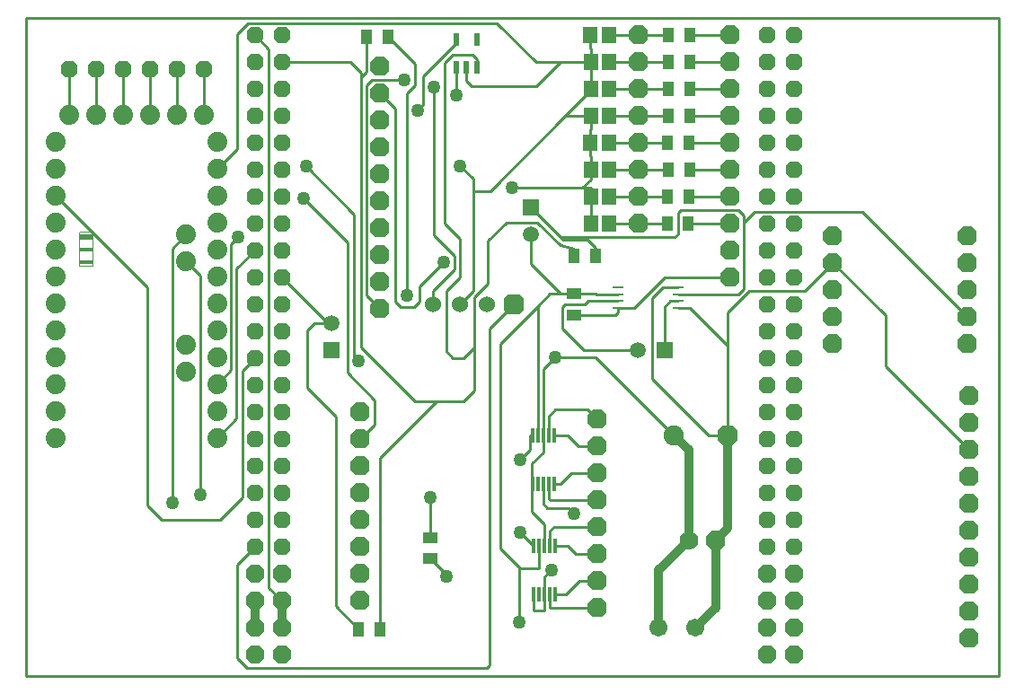
<source format=gtl>
%FSTAX24Y24*%
%MOIN*%
%SFA1B1*%

%IPPOS*%
%AMD35*
4,1,8,-0.017500,-0.035000,0.017500,-0.035000,0.035000,-0.017500,0.035000,0.017500,0.017500,0.035000,-0.017500,0.035000,-0.035000,0.017500,-0.035000,-0.017500,-0.017500,-0.035000,0.0*
%
%AMD38*
4,1,8,0.018700,0.037500,-0.018700,0.037500,-0.037500,0.018700,-0.037500,-0.018700,-0.018700,-0.037500,0.018700,-0.037500,0.037500,-0.018700,0.037500,0.018700,0.018700,0.037500,0.0*
%
%AMD39*
4,1,8,-0.030000,0.015000,-0.030000,-0.015000,-0.015000,-0.030000,0.015000,-0.030000,0.030000,-0.015000,0.030000,0.015000,0.015000,0.030000,-0.015000,0.030000,-0.030000,0.015000,0.0*
%
%AMD41*
4,1,8,0.019000,0.038000,-0.019000,0.038000,-0.038000,0.019000,-0.038000,-0.019000,-0.019000,-0.038000,0.019000,-0.038000,0.038000,-0.019000,0.038000,0.019000,0.019000,0.038000,0.0*
%
%AMD42*
4,1,8,0.033000,-0.016500,0.033000,0.016500,0.016500,0.033000,-0.016500,0.033000,-0.033000,0.016500,-0.033000,-0.016500,-0.016500,-0.033000,0.016500,-0.033000,0.033000,-0.016500,0.0*
%
%ADD10R,0.044000X0.056000*%
%ADD11R,0.022000X0.048000*%
%ADD12R,0.056000X0.044000*%
%ADD13R,0.052000X0.060000*%
%ADD14R,0.012000X0.057000*%
%ADD15R,0.040000X0.010000*%
%ADD16C,0.010000*%
%ADD17C,0.032000*%
%ADD18R,0.001000X0.129300*%
%ADD19R,0.001000X0.001000*%
%ADD20R,0.001000X0.017000*%
%ADD21R,0.001000X0.016400*%
%ADD22R,0.001000X0.016300*%
%ADD23R,0.001000X0.000900*%
%ADD24R,0.001300X0.001000*%
%ADD25R,0.001300X0.017000*%
%ADD26R,0.001300X0.016400*%
%ADD27R,0.001300X0.016300*%
%ADD28R,0.001300X0.000900*%
%ADD29R,0.000900X0.001000*%
%ADD30R,0.000900X0.017000*%
%ADD31R,0.000900X0.016400*%
%ADD32R,0.000900X0.016300*%
%ADD33R,0.000900X0.000900*%
%ADD34R,0.000900X0.129300*%
G04~CAMADD=35~4~0.0~0.0~700.0~700.0~0.0~175.0~0~0.0~0.0~0.0~0.0~0~0.0~0.0~0.0~0.0~0~0.0~0.0~0.0~180.0~700.0~700.0*
%ADD35D35*%
%ADD36C,0.070000*%
%ADD37C,0.075000*%
G04~CAMADD=38~4~0.0~0.0~750.0~750.0~0.0~187.5~0~0.0~0.0~0.0~0.0~0~0.0~0.0~0.0~0.0~0~0.0~0.0~0.0~0.0~750.0~750.0*
%ADD38D38*%
G04~CAMADD=39~4~0.0~0.0~600.0~600.0~0.0~150.0~0~0.0~0.0~0.0~0.0~0~0.0~0.0~0.0~0.0~0~0.0~0.0~0.0~90.0~600.0~600.0*
%ADD39D39*%
%ADD40C,0.060000*%
G04~CAMADD=41~4~0.0~0.0~760.0~760.0~0.0~190.0~0~0.0~0.0~0.0~0.0~0~0.0~0.0~0.0~0.0~0~0.0~0.0~0.0~0.0~760.0~760.0*
%ADD41D41*%
G04~CAMADD=42~4~0.0~0.0~660.0~660.0~0.0~165.0~0~0.0~0.0~0.0~0.0~0~0.0~0.0~0.0~0.0~0~0.0~0.0~0.0~270.0~660.0~660.0*
%ADD42D42*%
%ADD43C,0.074000*%
%ADD44C,0.067000*%
%ADD45C,0.059100*%
%ADD46R,0.059100X0.059100*%
%ADD47R,0.059100X0.059100*%
%ADD48C,0.050000*%
%LNshield2gen-1*%
%LPD*%
G54D10*
X034394Y04005D03*
X0336D03*
X045594Y0401D03*
X0448D03*
X045594Y0391D03*
X0448D03*
X045594Y0381D03*
X0448D03*
X0456Y0371D03*
X044806D03*
X04555Y0361D03*
X044756D03*
X0456Y0351D03*
X044806D03*
X04555Y0341D03*
X044756D03*
X045544Y0331D03*
X04475D03*
X033306Y01805D03*
X0341D03*
X041306Y0319D03*
X0421D03*
G54D11*
X036926Y038888D03*
X0373D03*
X03768D03*
Y03992D03*
X036926D03*
G54D12*
X03595Y020656D03*
Y02145D03*
X0413Y030494D03*
Y0297D03*
G54D13*
X04191Y0401D03*
X042585D03*
X041925Y0391D03*
X0426D03*
X041925Y0381D03*
X0426D03*
X041925Y0371D03*
X0426D03*
X04191Y036107D03*
X042585D03*
X041925Y0351D03*
X0426D03*
X041925Y0341D03*
X0426D03*
X041925Y0331D03*
X0426D03*
G54D14*
X03975Y02525D03*
X03995D03*
X04035D03*
X04015D03*
X04055D03*
Y02345D03*
X04035D03*
X04015D03*
X03995D03*
X03975D03*
X0398Y02115D03*
X04D03*
X0404D03*
X0402D03*
X0406D03*
Y01935D03*
X0404D03*
X0402D03*
X04D03*
X0398D03*
G54D15*
X045158Y029966D03*
Y030222D03*
Y03048D03*
Y03074D03*
X04294D03*
Y03048D03*
Y030222D03*
Y029966D03*
G54D16*
X03925Y0183D02*
Y02025D01*
X0393Y0203*
X03165Y0294D02*
X0323D01*
X0314Y02915D02*
X03165Y0294D01*
X0314Y027D02*
Y02915D01*
Y027D02*
X03245Y02595D01*
Y018906D02*
Y02595D01*
X03289Y02756D02*
Y03241D01*
X03314Y02814D02*
X03329Y02799D01*
X0334Y02849D02*
X03538Y02651D01*
X0393Y02435D02*
X03965Y0247D01*
X03855Y028644D02*
X03995Y030044D01*
X03855Y02105D02*
Y028644D01*
Y02105D02*
X0393Y0203D01*
X03815Y0292D02*
X03905Y0301D01*
X03815Y0167D02*
Y0292D01*
X03805Y0166D02*
X03815Y0167D01*
X0373Y0384D02*
Y038888D01*
Y0384D02*
X0375Y0382D01*
X03695Y03535D02*
X037545Y034755D01*
Y034319D02*
Y034755D01*
X03695Y035214D02*
Y03535D01*
X0402Y02D02*
X04045Y02025D01*
X0402Y01935D02*
Y02D01*
X0376Y02851D02*
Y03036D01*
Y02691D02*
Y02851D01*
X03621Y02651D02*
X0372D01*
X03538D02*
X03621D01*
X0334Y03854D02*
Y038694D01*
Y02849D02*
Y03854D01*
X0408Y030494D02*
X0413D01*
X0404D02*
X0408D01*
X03995Y030044D02*
X0404Y030494D01*
X0476Y03315D02*
Y0334D01*
Y03068D02*
Y03315D01*
X04081Y03259D02*
X04091Y03249D01*
X03965Y0247D02*
Y02525D01*
X047Y028566D02*
Y029797D01*
Y02525D02*
Y028566D01*
X03988Y0391D02*
X04078D01*
X04096Y0371D02*
X041925Y038065D01*
X038179Y034319D02*
X04096Y0371D01*
X041925*
X0416Y03442D02*
X041925D01*
X03979Y01875D02*
Y01935D01*
X03974Y02241D02*
Y02419D01*
X03768Y038888D02*
Y0392D01*
X03752Y03936D02*
X03768Y0392D01*
X0368Y03936D02*
X03752D01*
X0365Y03906D02*
X0368Y03936D01*
X0365Y0331D02*
Y03906D01*
Y0331D02*
X03705Y03255D01*
Y0311D02*
Y03255D01*
X03655Y0306D02*
X03705Y0311D01*
X03655Y02836D02*
Y0306D01*
Y02836D02*
X0368Y02811D01*
X0372*
X0376Y02851*
Y03036D02*
X03811Y03087D01*
Y03246*
X0388Y03315*
X03994*
X0336Y03874D02*
Y04005D01*
X0334Y03854D02*
X0336Y03874D01*
X0372Y02651D02*
X0376Y02691D01*
X041306Y0319D02*
Y032184D01*
X03994Y03315D02*
X0408Y03229D01*
X0341Y0244D02*
X03621Y02651D01*
X0341Y01805D02*
Y0244D01*
X03045Y0391D02*
X032994D01*
X0334Y038694*
X0408Y03229D02*
X041306Y032184D01*
X0393Y0203D02*
X04D01*
Y02115*
X03595Y020656D02*
X03655Y020056D01*
Y02D02*
Y020056D01*
X02638Y03218D02*
X0269Y0327D01*
X02638Y02274D02*
Y03218D01*
X02205Y03415D02*
X02545Y03075D01*
Y02265D02*
Y03075D01*
Y02265D02*
X026Y0221D01*
X02816*
X029Y02294*
Y02765*
X02945Y0281*
X0446Y03074D02*
X045158D01*
X0442Y03034D02*
X0446Y03074D01*
X0442Y02735D02*
Y03034D01*
Y02735D02*
X0463Y02525D01*
X047*
X04035D02*
Y02595D01*
X0406Y0262*
X0418*
X04215Y02585*
X04145Y02485D02*
X04215D01*
X04105Y02525D02*
X04145Y02485D01*
X04055Y02525D02*
X04105D01*
X0412Y02385D02*
X04215D01*
X0408Y02345D02*
X0412Y02385D01*
X04055Y02345D02*
X0408D01*
X04035Y0229D02*
Y02345D01*
Y0229D02*
X0404Y02285D01*
X04215*
X04055Y02185D02*
X04215D01*
X0404Y0217D02*
X04055Y02185D01*
X0404Y02115D02*
Y0217D01*
X04135Y02085D02*
X04215D01*
X04105Y02115D02*
X04135Y02085D01*
X0406Y02115D02*
X04105D01*
X0415Y01985D02*
X04215D01*
X041Y01935D02*
X0415Y01985D01*
X0406Y01935D02*
X041D01*
X0404Y01885D02*
Y01935D01*
Y01885D02*
X04215D01*
X03974Y02241D02*
X0402Y02195D01*
X03974Y02419D02*
X04015Y0246D01*
Y02525*
Y0277D02*
X0406Y02815D01*
X04015Y02525D02*
Y0277D01*
X0411Y02255D02*
X0413Y02235D01*
X04015Y0227D02*
Y02345D01*
X0403Y02255D02*
X0411D01*
X04015Y0227D02*
X0403Y02255D01*
X03979Y01935D02*
X0398D01*
X03979Y01875D02*
X0402D01*
Y01935*
X0393Y02164D02*
X03979Y02115D01*
X0398*
X03965Y02525D02*
X03975D01*
X03995D02*
Y030044D01*
X036926Y037874D02*
Y038888D01*
X0361Y03266D02*
Y03816D01*
Y03266D02*
X03685Y03191D01*
Y0314D02*
Y03191D01*
X03605Y0306D02*
X03685Y0314D01*
X03605Y0301D02*
Y0306D01*
X03314Y02814D02*
Y03343D01*
X03135Y03522D02*
X03314Y03343D01*
X041925Y034745D02*
Y0351D01*
X0416Y03442D02*
X041925Y034745D01*
X03901Y03442D02*
X0416D01*
X02805Y02715D02*
X02857Y02767D01*
Y03234*
X02883Y0326*
X0413Y030494D02*
X042106D01*
X04212Y03048*
X04294*
X03548Y0373D02*
X0357Y03752D01*
Y038564D02*
X036926Y03979D01*
X0357Y03752D02*
Y038564D01*
X036926Y03979D02*
Y03992D01*
X0341Y03795D02*
X03467Y03738D01*
Y0302D02*
Y03738D01*
Y0302D02*
X03487Y03D01*
X03535*
X03555Y0302*
Y03076*
X03645Y03166*
X03508Y03043D02*
Y03793D01*
X0354Y03825*
Y039044*
X034394Y04005D02*
X0354Y039044D01*
X03245Y018906D02*
X033306Y01805D01*
X0402Y02115D02*
Y02195D01*
X05286Y02779D02*
X05595Y0247D01*
X05286Y02779D02*
Y02969D01*
X0509Y03165D02*
X05286Y02969D01*
X0269Y0317D02*
X02742Y03118D01*
Y02302D02*
Y03118D01*
X0406Y02815D02*
X0421D01*
X045Y02525*
X0474Y03048D02*
X0476Y03068D01*
Y03315D02*
X048Y03355D01*
X052*
X0559Y02965*
X02805Y03515D02*
X02878Y03588D01*
Y04013*
X0292Y04055*
X03843*
X03988Y0391*
X047Y029797D02*
X047803Y0306D01*
X04985*
X0509Y03165*
X03705Y0301D02*
X037545Y030595D01*
Y034319*
X041925Y038065D02*
Y0381D01*
X037545Y034319D02*
X038179D01*
X0397Y0337D02*
X04081Y03259D01*
X04504*
X04515Y0327*
Y0335*
X04525Y0336*
X0474*
X0476Y0334*
X045158Y03048D02*
X0474D01*
X0421Y0319D02*
Y0322D01*
X04181Y03249D02*
X0421Y0322D01*
X04091Y03249D02*
X04181D01*
X04167Y0284D02*
X04365D01*
X04087Y0292D02*
X04167Y0284D01*
X04087Y0292D02*
Y03D01*
X04097Y0301*
X04171*
X041832Y030222*
X04294*
X04465Y0284D02*
Y03D01*
X044872Y030222*
X045158*
X03045Y0311D02*
X03215Y0294D01*
X0336Y03045D02*
X0341Y02995D01*
X0336Y03045D02*
Y03825D01*
X0338Y03845*
X035*
X03595Y02145D02*
Y02295D01*
X02755Y03715D02*
Y03885D01*
X02655Y03715D02*
Y03885D01*
X02555Y03715D02*
Y03885D01*
X02455Y03715D02*
Y03885D01*
X02355Y03715D02*
Y03885D01*
X02255Y03715D02*
Y03885D01*
X0397Y031594D02*
Y0327D01*
Y031594D02*
X0408Y030494D01*
X02805Y02515D02*
X02877Y02587D01*
Y03142*
X02945Y0321*
X041925Y0381D02*
Y0391D01*
Y036605D02*
Y0371D01*
X04191Y03659D02*
X041925Y036605D01*
X04191Y036107D02*
Y03659D01*
X041925Y0391D02*
Y03959D01*
X04191Y039605D02*
X041925Y03959D01*
X04191Y039605D02*
Y0401D01*
Y035605D02*
Y036107D01*
Y035605D02*
X041925Y03559D01*
Y0351D02*
Y03559D01*
X04078Y0391D02*
X041925D01*
X03988Y0382D02*
X04078Y0391D01*
X0375Y0382D02*
X03988D01*
X041925Y0331D02*
Y0341D01*
Y03442*
X03335Y0251D02*
X0339Y02565D01*
Y02655*
X03289Y02756D02*
X0339Y02655D01*
X03125Y03405D02*
X03289Y03241D01*
X0456Y029966D02*
X047Y028566D01*
X045158Y029966D02*
X0456D01*
X04465Y0311D02*
X0471D01*
X043516Y029966D02*
X04465Y0311D01*
X04294Y029966D02*
X043516D01*
X04294Y0298D02*
Y029966D01*
X04284Y0297D02*
X04294Y0298D01*
X0413Y0297D02*
X04284D01*
X02997Y01958D02*
X03045Y0191D01*
X02997Y01958D02*
Y03958D01*
X02945Y0401D02*
X02997Y03958D01*
X0288Y02045D02*
X02945Y0211D01*
X0288Y01697D02*
Y02045D01*
Y01697D02*
X02917Y0166D01*
X03805*
X045544Y0331D02*
X0471D01*
X04555Y0341D02*
X0471D01*
X0456Y0351D02*
X0471D01*
X04555Y0361D02*
X0471D01*
X0456Y0371D02*
X0471D01*
X045594Y0381D02*
X0471D01*
X045594Y0391D02*
X0471D01*
X045594Y0401D02*
X0471D01*
X0426Y0331D02*
X0437D01*
X04475*
X0426Y0341D02*
X0437D01*
X044756*
X0426Y0351D02*
X0437D01*
X044806*
X042585Y036107D02*
X04313D01*
X043137Y0361*
X0437*
X044756*
X0426Y0371D02*
X0437D01*
X044806*
X0426Y0381D02*
X0437D01*
X0448*
X0426Y0391D02*
X0437D01*
X0448*
X042585Y0401D02*
X0437D01*
X0448*
X02095Y0163D02*
Y04075D01*
Y0163D02*
X05705D01*
Y04075*
D01*
X02095D02*
X05705D01*
G54D17*
X047Y0218D02*
Y02525D01*
X04655Y02135D02*
X047Y0218D01*
X04655Y01885D02*
Y02135D01*
X0458Y0181D02*
X04655Y01885D01*
X044421Y0181D02*
Y020221D01*
X04555Y02135*
Y0247*
X045Y02525D02*
X04555Y0247D01*
X02945Y0181D02*
Y0191D01*
X03045Y0181D02*
Y0191D01*
G54D18*
X022975Y032143D03*
G54D19*
X022985Y032785D03*
X022995D03*
X023005D03*
X023015D03*
X023025D03*
X023035D03*
X023045D03*
X023055D03*
X023065D03*
X023075D03*
X023085D03*
X023095D03*
X023105D03*
X023115D03*
X023125D03*
X023135D03*
X023145D03*
X023155D03*
X023165D03*
X023175D03*
X023185D03*
X023195D03*
X023205D03*
G54D20*
X022985Y032615D03*
X022995D03*
X023005D03*
X023015D03*
X023025D03*
X023035D03*
X023045D03*
X023055D03*
X023065D03*
X023075D03*
X023085D03*
X023095D03*
X023105D03*
X023115D03*
X023125D03*
X023135D03*
X023145D03*
X023155D03*
X023165D03*
X023175D03*
X023185D03*
X023195D03*
X023205D03*
G54D21*
X022985Y032138D03*
X022995D03*
X023005D03*
X023015D03*
X023025D03*
X023035D03*
X023045D03*
X023055D03*
X023065D03*
X023075D03*
X023085D03*
X023095D03*
X023105D03*
X023115D03*
X023125D03*
X023135D03*
X023145D03*
X023155D03*
X023165D03*
X023175D03*
X023185D03*
X023195D03*
X023205D03*
G54D22*
X022985Y031665D03*
X022995D03*
X023005D03*
X023015D03*
X023025D03*
X023035D03*
X023045D03*
X023055D03*
X023065D03*
X023075D03*
X023085D03*
X023095D03*
X023105D03*
X023115D03*
X023125D03*
X023135D03*
X023145D03*
X023155D03*
X023165D03*
X023175D03*
X023185D03*
X023195D03*
X023205D03*
G54D23*
X022985Y031501D03*
X022995D03*
X023005D03*
X023015D03*
X023025D03*
X023035D03*
X023045D03*
X023055D03*
X023065D03*
X023075D03*
X023085D03*
X023095D03*
X023105D03*
X023115D03*
X023125D03*
X023135D03*
X023145D03*
X023155D03*
X023165D03*
X023175D03*
X023185D03*
X023195D03*
X023205D03*
G54D24*
X023216Y032785D03*
G54D25*
X023216Y032615D03*
G54D26*
X023216Y032138D03*
G54D27*
X023216Y031665D03*
G54D28*
X023216Y031501D03*
G54D29*
X023227Y032785D03*
X023236D03*
X023244D03*
X023253D03*
X023262D03*
X02327D03*
X023279D03*
X023287D03*
X023296D03*
X023305D03*
X023313D03*
X023322D03*
X02333D03*
X023339D03*
X023348D03*
X023356D03*
X023365D03*
X023373D03*
X023382D03*
X023391D03*
X023399D03*
X023408D03*
X023416D03*
X023425D03*
X023434D03*
X023442D03*
X023451D03*
X023459D03*
G54D30*
X023227Y032615D03*
X023236D03*
X023244D03*
X023253D03*
X023262D03*
X02327D03*
X023279D03*
X023287D03*
X023296D03*
X023305D03*
X023313D03*
X023322D03*
X02333D03*
X023339D03*
X023348D03*
X023356D03*
X023365D03*
X023373D03*
X023382D03*
X023391D03*
X023399D03*
X023408D03*
X023416D03*
X023425D03*
X023434D03*
X023442D03*
X023451D03*
X023459D03*
G54D31*
X023227Y032138D03*
X023236D03*
X023244D03*
X023253D03*
X023262D03*
X02327D03*
X023279D03*
X023287D03*
X023296D03*
X023305D03*
X023313D03*
X023322D03*
X02333D03*
X023339D03*
X023348D03*
X023356D03*
X023365D03*
X023373D03*
X023382D03*
X023391D03*
X023399D03*
X023408D03*
X023416D03*
X023425D03*
X023434D03*
X023442D03*
X023451D03*
X023459D03*
G54D32*
X023227Y031665D03*
X023236D03*
X023244D03*
X023253D03*
X023262D03*
X02327D03*
X023279D03*
X023287D03*
X023296D03*
X023304D03*
X023313D03*
X023322D03*
X02333D03*
X023339D03*
X023347D03*
X023356D03*
X023365D03*
X023373D03*
X023382D03*
X023391D03*
X023399D03*
X023408D03*
X023416D03*
X023425D03*
X023433D03*
X023442D03*
X023451D03*
X023459D03*
G54D33*
X023227Y031501D03*
X023236D03*
X023244D03*
X023253D03*
X023262D03*
X02327D03*
X023279D03*
X023287D03*
X023296D03*
X023305D03*
X023313D03*
X023322D03*
X02333D03*
X023339D03*
X023348D03*
X023356D03*
X023365D03*
X023373D03*
X023382D03*
X023391D03*
X023399D03*
X023408D03*
X023416D03*
X023425D03*
X023434D03*
X023442D03*
X023451D03*
X023459D03*
G54D34*
X023468Y032143D03*
G54D35*
X0437Y0401D03*
Y0391D03*
Y0381D03*
Y0371D03*
Y0361D03*
Y0351D03*
Y0341D03*
Y0331D03*
X04215Y02585D03*
Y02485D03*
Y02385D03*
Y02285D03*
Y02185D03*
Y02085D03*
Y01985D03*
Y01885D03*
X05595Y0267D03*
Y0257D03*
Y0247D03*
Y0237D03*
Y0227D03*
Y0217D03*
Y0207D03*
Y0197D03*
Y0187D03*
Y0177D03*
X0471Y0401D03*
Y0391D03*
Y0381D03*
Y0371D03*
Y0361D03*
Y0351D03*
Y0341D03*
Y0331D03*
Y0321D03*
Y0311D03*
X0341Y02995D03*
Y03095D03*
Y03195D03*
Y03295D03*
Y03395D03*
Y03495D03*
Y03595D03*
Y03695D03*
Y03795D03*
Y03895D03*
X04655Y02135D03*
X03335Y0261D03*
Y0251D03*
Y0241D03*
Y0231D03*
Y0221D03*
Y0211D03*
Y0201D03*
Y0191D03*
X0509Y03265D03*
Y03165D03*
Y03065D03*
Y02965D03*
Y02865D03*
X0559D03*
Y02965D03*
Y03065D03*
Y03165D03*
Y03265D03*
G54D36*
X04555Y02135D03*
G54D37*
X045Y02525D03*
G54D38*
X047Y02525D03*
G54D39*
X02255Y03885D03*
X02355D03*
X02455D03*
X02555D03*
X02655D03*
X02755D03*
X04845Y0401D03*
X04945D03*
X04845Y0391D03*
X04945D03*
X04845Y0381D03*
X04945D03*
X04845Y0371D03*
X04945D03*
X04845Y0361D03*
X04945D03*
X04845Y0351D03*
X04945D03*
X04845Y0341D03*
X04945D03*
X04845Y0331D03*
X04945D03*
X04845Y0321D03*
X04945D03*
X04845Y0311D03*
X04945D03*
X04845Y0301D03*
X04945D03*
X04845Y0291D03*
X04945D03*
X04845Y0281D03*
X04945D03*
X04845Y0271D03*
X04945D03*
X04845Y0261D03*
X04945D03*
X04845Y0251D03*
X04945D03*
X04845Y0241D03*
X04945D03*
X04845Y0231D03*
X04945D03*
X04845Y0221D03*
X04945D03*
X04845Y0211D03*
X04945D03*
X02945Y0401D03*
X03045D03*
X02945Y0391D03*
X03045D03*
X02945Y0381D03*
X03045D03*
X02945Y0371D03*
X03045D03*
X02945Y0361D03*
X03045D03*
X02945Y0351D03*
X03045D03*
X02945Y0341D03*
X03045D03*
X02945Y0331D03*
X03045D03*
X02945Y0321D03*
X03045D03*
X02945Y0311D03*
X03045D03*
X02945Y0301D03*
X03045D03*
X02945Y0291D03*
X03045D03*
X02945Y0281D03*
X03045D03*
X02945Y0271D03*
X03045D03*
X02945Y0261D03*
X03045D03*
X02945Y0251D03*
X03045D03*
X02945Y0241D03*
X03045D03*
X02945Y0231D03*
X03045D03*
X02945Y0221D03*
X03045D03*
X02945Y0211D03*
X03045D03*
G54D40*
X03605Y0301D03*
X03705D03*
X03805D03*
G54D41*
X03905Y0301D03*
G54D42*
X04845Y0201D03*
X04945D03*
X04845Y0191D03*
X04945D03*
X04845Y0181D03*
X04945D03*
X04845Y0171D03*
X04945D03*
X02945Y0201D03*
X03045D03*
X02945Y0191D03*
X03045D03*
X02945Y0181D03*
X03045D03*
X02945Y0171D03*
X03045D03*
G54D43*
X02805Y03215D03*
Y03315D03*
Y03415D03*
Y03515D03*
Y03615D03*
X02205D03*
Y03515D03*
Y03415D03*
Y03315D03*
Y03215D03*
X0269Y0327D03*
X02255Y03715D03*
X02355D03*
X02455D03*
X02555D03*
X02655D03*
X02755D03*
X02805Y02515D03*
Y02615D03*
Y02715D03*
Y02815D03*
Y02915D03*
Y03015D03*
Y03115D03*
X02205D03*
Y03015D03*
Y02915D03*
Y02815D03*
Y02715D03*
Y02615D03*
Y02515D03*
X0269Y0317D03*
Y0286D03*
Y0276D03*
G54D44*
X044421Y0181D03*
X0458D03*
G54D45*
X0397Y0327D03*
X04365Y0284D03*
X0323Y0294D03*
G54D46*
X0397Y0337D03*
X0323Y0284D03*
G54D47*
X04465Y0284D03*
G54D48*
X03925Y0183D03*
X03329Y02799D03*
X0393Y02435D03*
X02883Y0326D03*
X036926Y037874D03*
X03705Y03525D03*
X03135Y03522D03*
X04045Y02025D03*
X03655Y02D03*
X02638Y02274D03*
X0413Y02235D03*
X0393Y02164D03*
X0361Y03816D03*
X03901Y03442D03*
X03548Y0373D03*
X03645Y03166D03*
X03508Y03043D03*
X02742Y02302D03*
X0406Y02815D03*
X035Y03845D03*
X03595Y02295D03*
X03125Y03405D03*
M02*
</source>
